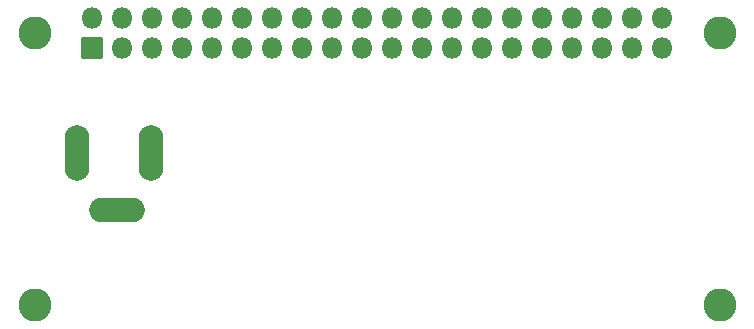
<source format=gbs>
G04 #@! TF.GenerationSoftware,KiCad,Pcbnew,(5.1.10)-1*
G04 #@! TF.CreationDate,2021-09-06T14:57:22-05:00*
G04 #@! TF.ProjectId,RGBHat,52474248-6174-42e6-9b69-6361645f7063,1.0*
G04 #@! TF.SameCoordinates,Original*
G04 #@! TF.FileFunction,Soldermask,Bot*
G04 #@! TF.FilePolarity,Negative*
%FSLAX46Y46*%
G04 Gerber Fmt 4.6, Leading zero omitted, Abs format (unit mm)*
G04 Created by KiCad (PCBNEW (5.1.10)-1) date 2021-09-06 14:57:22*
%MOMM*%
%LPD*%
G01*
G04 APERTURE LIST*
%ADD10O,4.702000X2.102000*%
%ADD11O,2.102000X4.702000*%
%ADD12O,1.802000X1.802000*%
%ADD13C,2.802000*%
G04 APERTURE END LIST*
D10*
X128022000Y-109528000D03*
D11*
X124622000Y-104728000D03*
X130922000Y-104728000D03*
G36*
G01*
X125052000Y-94937000D02*
X126752000Y-94937000D01*
G75*
G02*
X126803000Y-94988000I0J-51000D01*
G01*
X126803000Y-96688000D01*
G75*
G02*
X126752000Y-96739000I-51000J0D01*
G01*
X125052000Y-96739000D01*
G75*
G02*
X125001000Y-96688000I0J51000D01*
G01*
X125001000Y-94988000D01*
G75*
G02*
X125052000Y-94937000I51000J0D01*
G01*
G37*
D12*
X125902000Y-93298000D03*
X128442000Y-95838000D03*
X128442000Y-93298000D03*
X130982000Y-95838000D03*
X130982000Y-93298000D03*
X133522000Y-95838000D03*
X133522000Y-93298000D03*
X136062000Y-95838000D03*
X136062000Y-93298000D03*
X138602000Y-95838000D03*
X138602000Y-93298000D03*
X141142000Y-95838000D03*
X141142000Y-93298000D03*
X143682000Y-95838000D03*
X143682000Y-93298000D03*
X146222000Y-95838000D03*
X146222000Y-93298000D03*
X148762000Y-95838000D03*
X148762000Y-93298000D03*
X151302000Y-95838000D03*
X151302000Y-93298000D03*
X153842000Y-95838000D03*
X153842000Y-93298000D03*
X156382000Y-95838000D03*
X156382000Y-93298000D03*
X158922000Y-95838000D03*
X158922000Y-93298000D03*
X161462000Y-95838000D03*
X161462000Y-93298000D03*
X164002000Y-95838000D03*
X164002000Y-93298000D03*
X166542000Y-95838000D03*
X166542000Y-93298000D03*
X169082000Y-95838000D03*
X169082000Y-93298000D03*
X171622000Y-95838000D03*
X171622000Y-93298000D03*
X174162000Y-95838000D03*
X174162000Y-93298000D03*
D13*
X121032000Y-94568000D03*
X179032000Y-94568000D03*
X179032000Y-117568000D03*
X121032000Y-117568000D03*
M02*

</source>
